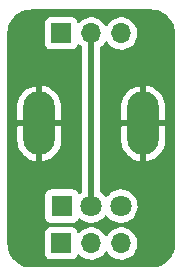
<source format=gbr>
%TF.GenerationSoftware,KiCad,Pcbnew,(6.0.9-0)*%
%TF.CreationDate,2024-06-20T10:22:48+02:00*%
%TF.ProjectId,pot-adapter,706f742d-6164-4617-9074-65722e6b6963,rev?*%
%TF.SameCoordinates,Original*%
%TF.FileFunction,Copper,L2,Bot*%
%TF.FilePolarity,Positive*%
%FSLAX46Y46*%
G04 Gerber Fmt 4.6, Leading zero omitted, Abs format (unit mm)*
G04 Created by KiCad (PCBNEW (6.0.9-0)) date 2024-06-20 10:22:48*
%MOMM*%
%LPD*%
G01*
G04 APERTURE LIST*
%TA.AperFunction,ComponentPad*%
%ADD10R,1.700000X1.700000*%
%TD*%
%TA.AperFunction,ComponentPad*%
%ADD11O,1.700000X1.700000*%
%TD*%
%TA.AperFunction,ComponentPad*%
%ADD12O,2.700000X5.400000*%
%TD*%
%TA.AperFunction,ComponentPad*%
%ADD13R,1.800000X1.800000*%
%TD*%
%TA.AperFunction,ComponentPad*%
%ADD14C,1.800000*%
%TD*%
%TA.AperFunction,Conductor*%
%ADD15C,0.500000*%
%TD*%
G04 APERTURE END LIST*
D10*
%TO.P,J2,1,Pin_1*%
%TO.N,/pin1*%
X109220000Y-111760000D03*
D11*
%TO.P,J2,2,Pin_2*%
%TO.N,/pin2*%
X111760000Y-111760000D03*
%TO.P,J2,3,Pin_3*%
%TO.N,/pin3*%
X114300000Y-111760000D03*
%TD*%
D10*
%TO.P,J1,1,Pin_1*%
%TO.N,/pin1*%
X109220000Y-129540000D03*
D11*
%TO.P,J1,2,Pin_2*%
%TO.N,/pin2*%
X111760000Y-129540000D03*
%TO.P,J1,3,Pin_3*%
%TO.N,/pin3*%
X114300000Y-129540000D03*
%TD*%
D12*
%TO.P,RV1,0,ShieldPin*%
%TO.N,/mounting*%
X107360000Y-119380000D03*
X116160000Y-119380000D03*
D13*
%TO.P,RV1,1,1*%
%TO.N,/pin1*%
X109260000Y-126380000D03*
D14*
%TO.P,RV1,2,2*%
%TO.N,/pin2*%
X111760000Y-126380000D03*
%TO.P,RV1,3,3*%
%TO.N,/pin3*%
X114260000Y-126380000D03*
%TD*%
D15*
%TO.N,/pin2*%
X111760000Y-126380000D02*
X111760000Y-111760000D01*
%TD*%
%TA.AperFunction,Conductor*%
%TO.N,/mounting*%
G36*
X116810018Y-109730000D02*
G01*
X116824851Y-109732310D01*
X116824855Y-109732310D01*
X116833724Y-109733691D01*
X116842626Y-109732527D01*
X116842629Y-109732527D01*
X116850012Y-109731561D01*
X116874591Y-109730767D01*
X116901442Y-109732527D01*
X117096922Y-109745340D01*
X117113262Y-109747491D01*
X117235477Y-109771801D01*
X117357696Y-109796112D01*
X117373606Y-109800375D01*
X117609600Y-109880484D01*
X117624826Y-109886791D01*
X117848342Y-109997016D01*
X117862616Y-110005257D01*
X118069829Y-110143713D01*
X118082905Y-110153746D01*
X118270278Y-110318068D01*
X118281932Y-110329722D01*
X118446254Y-110517095D01*
X118456287Y-110530171D01*
X118594743Y-110737384D01*
X118602984Y-110751658D01*
X118713209Y-110975174D01*
X118719515Y-110990398D01*
X118799625Y-111226394D01*
X118803889Y-111242307D01*
X118852509Y-111486738D01*
X118854660Y-111503078D01*
X118868763Y-111718236D01*
X118867733Y-111741350D01*
X118867690Y-111744854D01*
X118866309Y-111753724D01*
X118867473Y-111762626D01*
X118867473Y-111762628D01*
X118870436Y-111785283D01*
X118871500Y-111801621D01*
X118871500Y-129490633D01*
X118870000Y-129510018D01*
X118867690Y-129524851D01*
X118867690Y-129524855D01*
X118866309Y-129533724D01*
X118867473Y-129542626D01*
X118867473Y-129542629D01*
X118868439Y-129550012D01*
X118869233Y-129574591D01*
X118854660Y-129796922D01*
X118852509Y-129813262D01*
X118808034Y-130036857D01*
X118803889Y-130057693D01*
X118799625Y-130073606D01*
X118744012Y-130237438D01*
X118719516Y-130309600D01*
X118713209Y-130324826D01*
X118602984Y-130548342D01*
X118594743Y-130562616D01*
X118456287Y-130769829D01*
X118446254Y-130782905D01*
X118281932Y-130970278D01*
X118270278Y-130981932D01*
X118082905Y-131146254D01*
X118069829Y-131156287D01*
X117862616Y-131294743D01*
X117848342Y-131302984D01*
X117624826Y-131413209D01*
X117609602Y-131419515D01*
X117373606Y-131499625D01*
X117357696Y-131503888D01*
X117235478Y-131528199D01*
X117113262Y-131552509D01*
X117096922Y-131554660D01*
X116948134Y-131564413D01*
X116881763Y-131568763D01*
X116858650Y-131567733D01*
X116855146Y-131567690D01*
X116846276Y-131566309D01*
X116837374Y-131567473D01*
X116837372Y-131567473D01*
X116823915Y-131569233D01*
X116814714Y-131570436D01*
X116798379Y-131571500D01*
X106729367Y-131571500D01*
X106709982Y-131570000D01*
X106695149Y-131567690D01*
X106695145Y-131567690D01*
X106686276Y-131566309D01*
X106677374Y-131567473D01*
X106677371Y-131567473D01*
X106669988Y-131568439D01*
X106645409Y-131569233D01*
X106600799Y-131566309D01*
X106423078Y-131554660D01*
X106406738Y-131552509D01*
X106284522Y-131528199D01*
X106162304Y-131503888D01*
X106146394Y-131499625D01*
X105910398Y-131419515D01*
X105895174Y-131413209D01*
X105671658Y-131302984D01*
X105657384Y-131294743D01*
X105450171Y-131156287D01*
X105437095Y-131146254D01*
X105249722Y-130981932D01*
X105238068Y-130970278D01*
X105073746Y-130782905D01*
X105063713Y-130769829D01*
X104925257Y-130562616D01*
X104917016Y-130548342D01*
X104862668Y-130438134D01*
X107861500Y-130438134D01*
X107868255Y-130500316D01*
X107919385Y-130636705D01*
X108006739Y-130753261D01*
X108123295Y-130840615D01*
X108259684Y-130891745D01*
X108321866Y-130898500D01*
X110118134Y-130898500D01*
X110180316Y-130891745D01*
X110316705Y-130840615D01*
X110433261Y-130753261D01*
X110520615Y-130636705D01*
X110553741Y-130548342D01*
X110564598Y-130519382D01*
X110607240Y-130462618D01*
X110673802Y-130437918D01*
X110743150Y-130453126D01*
X110777817Y-130481114D01*
X110806250Y-130513938D01*
X110978126Y-130656632D01*
X111171000Y-130769338D01*
X111379692Y-130849030D01*
X111384760Y-130850061D01*
X111384763Y-130850062D01*
X111492017Y-130871883D01*
X111598597Y-130893567D01*
X111603772Y-130893757D01*
X111603774Y-130893757D01*
X111816673Y-130901564D01*
X111816677Y-130901564D01*
X111821837Y-130901753D01*
X111826957Y-130901097D01*
X111826959Y-130901097D01*
X112038288Y-130874025D01*
X112038289Y-130874025D01*
X112043416Y-130873368D01*
X112048366Y-130871883D01*
X112252429Y-130810661D01*
X112252434Y-130810659D01*
X112257384Y-130809174D01*
X112457994Y-130710896D01*
X112639860Y-130581173D01*
X112798096Y-130423489D01*
X112928453Y-130242077D01*
X112929776Y-130243028D01*
X112976645Y-130199857D01*
X113046580Y-130187625D01*
X113112026Y-130215144D01*
X113139875Y-130246994D01*
X113199987Y-130345088D01*
X113346250Y-130513938D01*
X113518126Y-130656632D01*
X113711000Y-130769338D01*
X113919692Y-130849030D01*
X113924760Y-130850061D01*
X113924763Y-130850062D01*
X114032017Y-130871883D01*
X114138597Y-130893567D01*
X114143772Y-130893757D01*
X114143774Y-130893757D01*
X114356673Y-130901564D01*
X114356677Y-130901564D01*
X114361837Y-130901753D01*
X114366957Y-130901097D01*
X114366959Y-130901097D01*
X114578288Y-130874025D01*
X114578289Y-130874025D01*
X114583416Y-130873368D01*
X114588366Y-130871883D01*
X114792429Y-130810661D01*
X114792434Y-130810659D01*
X114797384Y-130809174D01*
X114997994Y-130710896D01*
X115179860Y-130581173D01*
X115338096Y-130423489D01*
X115468453Y-130242077D01*
X115489320Y-130199857D01*
X115565136Y-130046453D01*
X115565137Y-130046451D01*
X115567430Y-130041811D01*
X115599900Y-129934940D01*
X115630865Y-129833023D01*
X115630865Y-129833021D01*
X115632370Y-129828069D01*
X115661529Y-129606590D01*
X115662405Y-129570745D01*
X115663074Y-129543365D01*
X115663074Y-129543361D01*
X115663156Y-129540000D01*
X115644852Y-129317361D01*
X115590431Y-129100702D01*
X115501354Y-128895840D01*
X115380014Y-128708277D01*
X115229670Y-128543051D01*
X115225619Y-128539852D01*
X115225615Y-128539848D01*
X115058414Y-128407800D01*
X115058410Y-128407798D01*
X115054359Y-128404598D01*
X114858789Y-128296638D01*
X114853920Y-128294914D01*
X114853916Y-128294912D01*
X114653087Y-128223795D01*
X114653083Y-128223794D01*
X114648212Y-128222069D01*
X114643119Y-128221162D01*
X114643116Y-128221161D01*
X114433373Y-128183800D01*
X114433367Y-128183799D01*
X114428284Y-128182894D01*
X114354452Y-128181992D01*
X114210081Y-128180228D01*
X114210079Y-128180228D01*
X114204911Y-128180165D01*
X113984091Y-128213955D01*
X113771756Y-128283357D01*
X113573607Y-128386507D01*
X113569474Y-128389610D01*
X113569471Y-128389612D01*
X113399100Y-128517530D01*
X113394965Y-128520635D01*
X113391393Y-128524373D01*
X113283729Y-128637037D01*
X113240629Y-128682138D01*
X113133201Y-128839621D01*
X113078293Y-128884621D01*
X113007768Y-128892792D01*
X112944021Y-128861538D01*
X112923324Y-128837054D01*
X112842822Y-128712617D01*
X112842820Y-128712614D01*
X112840014Y-128708277D01*
X112689670Y-128543051D01*
X112685619Y-128539852D01*
X112685615Y-128539848D01*
X112518414Y-128407800D01*
X112518410Y-128407798D01*
X112514359Y-128404598D01*
X112318789Y-128296638D01*
X112313920Y-128294914D01*
X112313916Y-128294912D01*
X112113087Y-128223795D01*
X112113083Y-128223794D01*
X112108212Y-128222069D01*
X112103119Y-128221162D01*
X112103116Y-128221161D01*
X111893373Y-128183800D01*
X111893367Y-128183799D01*
X111888284Y-128182894D01*
X111814452Y-128181992D01*
X111670081Y-128180228D01*
X111670079Y-128180228D01*
X111664911Y-128180165D01*
X111444091Y-128213955D01*
X111231756Y-128283357D01*
X111033607Y-128386507D01*
X111029474Y-128389610D01*
X111029471Y-128389612D01*
X110859100Y-128517530D01*
X110854965Y-128520635D01*
X110798537Y-128579684D01*
X110774283Y-128605064D01*
X110712759Y-128640494D01*
X110641846Y-128637037D01*
X110584060Y-128595791D01*
X110565207Y-128562243D01*
X110523767Y-128451703D01*
X110520615Y-128443295D01*
X110433261Y-128326739D01*
X110316705Y-128239385D01*
X110180316Y-128188255D01*
X110118134Y-128181500D01*
X108321866Y-128181500D01*
X108259684Y-128188255D01*
X108123295Y-128239385D01*
X108006739Y-128326739D01*
X107919385Y-128443295D01*
X107868255Y-128579684D01*
X107861500Y-128641866D01*
X107861500Y-130438134D01*
X104862668Y-130438134D01*
X104806791Y-130324826D01*
X104800484Y-130309600D01*
X104775988Y-130237438D01*
X104720375Y-130073606D01*
X104716111Y-130057693D01*
X104711967Y-130036857D01*
X104667491Y-129813262D01*
X104665340Y-129796922D01*
X104651476Y-129585407D01*
X104652650Y-129562232D01*
X104652334Y-129562204D01*
X104652770Y-129557344D01*
X104653576Y-129552552D01*
X104653729Y-129540000D01*
X104649773Y-129512376D01*
X104648500Y-129494514D01*
X104648500Y-127328134D01*
X107851500Y-127328134D01*
X107858255Y-127390316D01*
X107909385Y-127526705D01*
X107996739Y-127643261D01*
X108113295Y-127730615D01*
X108249684Y-127781745D01*
X108311866Y-127788500D01*
X110208134Y-127788500D01*
X110270316Y-127781745D01*
X110406705Y-127730615D01*
X110523261Y-127643261D01*
X110610615Y-127526705D01*
X110625686Y-127486504D01*
X110668328Y-127429739D01*
X110734890Y-127405040D01*
X110804239Y-127420248D01*
X110824150Y-127433788D01*
X110949349Y-127537730D01*
X111149322Y-127654584D01*
X111365694Y-127737209D01*
X111370760Y-127738240D01*
X111370761Y-127738240D01*
X111423846Y-127749040D01*
X111592656Y-127783385D01*
X111722089Y-127788131D01*
X111818949Y-127791683D01*
X111818953Y-127791683D01*
X111824113Y-127791872D01*
X111829233Y-127791216D01*
X111829235Y-127791216D01*
X111903166Y-127781745D01*
X112053847Y-127762442D01*
X112058795Y-127760957D01*
X112058802Y-127760956D01*
X112270747Y-127697369D01*
X112275690Y-127695886D01*
X112356236Y-127656427D01*
X112479049Y-127596262D01*
X112479052Y-127596260D01*
X112483684Y-127593991D01*
X112672243Y-127459494D01*
X112836303Y-127296005D01*
X112905370Y-127199888D01*
X112961365Y-127156240D01*
X113032068Y-127149794D01*
X113095033Y-127182597D01*
X113115128Y-127207584D01*
X113116799Y-127210311D01*
X113116804Y-127210317D01*
X113119501Y-127214719D01*
X113271147Y-127389784D01*
X113449349Y-127537730D01*
X113649322Y-127654584D01*
X113865694Y-127737209D01*
X113870760Y-127738240D01*
X113870761Y-127738240D01*
X113923846Y-127749040D01*
X114092656Y-127783385D01*
X114222089Y-127788131D01*
X114318949Y-127791683D01*
X114318953Y-127791683D01*
X114324113Y-127791872D01*
X114329233Y-127791216D01*
X114329235Y-127791216D01*
X114403166Y-127781745D01*
X114553847Y-127762442D01*
X114558795Y-127760957D01*
X114558802Y-127760956D01*
X114770747Y-127697369D01*
X114775690Y-127695886D01*
X114856236Y-127656427D01*
X114979049Y-127596262D01*
X114979052Y-127596260D01*
X114983684Y-127593991D01*
X115172243Y-127459494D01*
X115336303Y-127296005D01*
X115471458Y-127107917D01*
X115574078Y-126900280D01*
X115641408Y-126678671D01*
X115671640Y-126449041D01*
X115673327Y-126380000D01*
X115667032Y-126303434D01*
X115654773Y-126154318D01*
X115654772Y-126154312D01*
X115654349Y-126149167D01*
X115597925Y-125924533D01*
X115505570Y-125712131D01*
X115379764Y-125517665D01*
X115223887Y-125346358D01*
X115219836Y-125343159D01*
X115219832Y-125343155D01*
X115046177Y-125206011D01*
X115046172Y-125206008D01*
X115042123Y-125202810D01*
X115037607Y-125200317D01*
X115037604Y-125200315D01*
X114843879Y-125093373D01*
X114843875Y-125093371D01*
X114839355Y-125090876D01*
X114834486Y-125089152D01*
X114834482Y-125089150D01*
X114625903Y-125015288D01*
X114625899Y-125015287D01*
X114621028Y-125013562D01*
X114615935Y-125012655D01*
X114615932Y-125012654D01*
X114398095Y-124973851D01*
X114398089Y-124973850D01*
X114393006Y-124972945D01*
X114320096Y-124972054D01*
X114166581Y-124970179D01*
X114166579Y-124970179D01*
X114161411Y-124970116D01*
X113932464Y-125005150D01*
X113712314Y-125077106D01*
X113707726Y-125079494D01*
X113707722Y-125079496D01*
X113620066Y-125125127D01*
X113506872Y-125184052D01*
X113502739Y-125187155D01*
X113502736Y-125187157D01*
X113359074Y-125295022D01*
X113321655Y-125323117D01*
X113161639Y-125490564D01*
X113114836Y-125559174D01*
X113059927Y-125604175D01*
X112989402Y-125612346D01*
X112925655Y-125581092D01*
X112904959Y-125556609D01*
X112882577Y-125522013D01*
X112882574Y-125522009D01*
X112879764Y-125517665D01*
X112723887Y-125346358D01*
X112719836Y-125343159D01*
X112719832Y-125343155D01*
X112566408Y-125221989D01*
X112525345Y-125164072D01*
X112518500Y-125123107D01*
X112518500Y-120796206D01*
X114302000Y-120796206D01*
X114302165Y-120800777D01*
X114316213Y-120994380D01*
X114317527Y-121003389D01*
X114373689Y-121257769D01*
X114376292Y-121266499D01*
X114468586Y-121510107D01*
X114472421Y-121518368D01*
X114598915Y-121746101D01*
X114603905Y-121753726D01*
X114761946Y-121960809D01*
X114767986Y-121967636D01*
X114954264Y-122149735D01*
X114961226Y-122155618D01*
X115171843Y-122308922D01*
X115179573Y-122313733D01*
X115410122Y-122435031D01*
X115418472Y-122438678D01*
X115664099Y-122525419D01*
X115672894Y-122527825D01*
X115888225Y-122570267D01*
X115901137Y-122569088D01*
X115905939Y-122554174D01*
X116414000Y-122554174D01*
X116418251Y-122568651D01*
X116430512Y-122570714D01*
X116466133Y-122567315D01*
X116475125Y-122565795D01*
X116728158Y-122503878D01*
X116736827Y-122501078D01*
X116978282Y-122403278D01*
X116986455Y-122399256D01*
X117211253Y-122267632D01*
X117218765Y-122262469D01*
X117422213Y-122099769D01*
X117428896Y-122093580D01*
X117606733Y-121903206D01*
X117612443Y-121896129D01*
X117760934Y-121682082D01*
X117765571Y-121674241D01*
X117881604Y-121441003D01*
X117885060Y-121432578D01*
X117966212Y-121185026D01*
X117968412Y-121176201D01*
X118013103Y-120918811D01*
X118013950Y-120911193D01*
X118017922Y-120831408D01*
X118018000Y-120828267D01*
X118018000Y-119652115D01*
X118013525Y-119636876D01*
X118012135Y-119635671D01*
X118004452Y-119634000D01*
X116432115Y-119634000D01*
X116416876Y-119638475D01*
X116415671Y-119639865D01*
X116414000Y-119647548D01*
X116414000Y-122554174D01*
X115905939Y-122554174D01*
X115906000Y-122553985D01*
X115906000Y-119652115D01*
X115901525Y-119636876D01*
X115900135Y-119635671D01*
X115892452Y-119634000D01*
X114320115Y-119634000D01*
X114304876Y-119638475D01*
X114303671Y-119639865D01*
X114302000Y-119647548D01*
X114302000Y-120796206D01*
X112518500Y-120796206D01*
X112518500Y-119107885D01*
X114302000Y-119107885D01*
X114306475Y-119123124D01*
X114307865Y-119124329D01*
X114315548Y-119126000D01*
X115887885Y-119126000D01*
X115903124Y-119121525D01*
X115904329Y-119120135D01*
X115906000Y-119112452D01*
X115906000Y-119107885D01*
X116414000Y-119107885D01*
X116418475Y-119123124D01*
X116419865Y-119124329D01*
X116427548Y-119126000D01*
X117999885Y-119126000D01*
X118015124Y-119121525D01*
X118016329Y-119120135D01*
X118018000Y-119112452D01*
X118018000Y-117963794D01*
X118017835Y-117959223D01*
X118003787Y-117765620D01*
X118002473Y-117756611D01*
X117946311Y-117502231D01*
X117943708Y-117493501D01*
X117851414Y-117249893D01*
X117847579Y-117241632D01*
X117721085Y-117013899D01*
X117716095Y-117006274D01*
X117558054Y-116799191D01*
X117552014Y-116792364D01*
X117365736Y-116610265D01*
X117358774Y-116604382D01*
X117148157Y-116451078D01*
X117140427Y-116446267D01*
X116909878Y-116324969D01*
X116901528Y-116321322D01*
X116655901Y-116234581D01*
X116647106Y-116232175D01*
X116431775Y-116189733D01*
X116418863Y-116190912D01*
X116414000Y-116206015D01*
X116414000Y-119107885D01*
X115906000Y-119107885D01*
X115906000Y-116205826D01*
X115901749Y-116191349D01*
X115889488Y-116189286D01*
X115853867Y-116192685D01*
X115844875Y-116194205D01*
X115591842Y-116256122D01*
X115583173Y-116258922D01*
X115341718Y-116356722D01*
X115333545Y-116360744D01*
X115108747Y-116492368D01*
X115101235Y-116497531D01*
X114897787Y-116660231D01*
X114891104Y-116666420D01*
X114713267Y-116856794D01*
X114707557Y-116863871D01*
X114559066Y-117077918D01*
X114554429Y-117085759D01*
X114438396Y-117318997D01*
X114434940Y-117327422D01*
X114353788Y-117574974D01*
X114351588Y-117583799D01*
X114306897Y-117841189D01*
X114306050Y-117848807D01*
X114302078Y-117928592D01*
X114302000Y-117931733D01*
X114302000Y-119107885D01*
X112518500Y-119107885D01*
X112518500Y-112952632D01*
X112538502Y-112884511D01*
X112571331Y-112850054D01*
X112639860Y-112801173D01*
X112798096Y-112643489D01*
X112928453Y-112462077D01*
X112929776Y-112463028D01*
X112976645Y-112419857D01*
X113046580Y-112407625D01*
X113112026Y-112435144D01*
X113139875Y-112466994D01*
X113199987Y-112565088D01*
X113346250Y-112733938D01*
X113518126Y-112876632D01*
X113711000Y-112989338D01*
X113919692Y-113069030D01*
X113924760Y-113070061D01*
X113924763Y-113070062D01*
X114032017Y-113091883D01*
X114138597Y-113113567D01*
X114143772Y-113113757D01*
X114143774Y-113113757D01*
X114356673Y-113121564D01*
X114356677Y-113121564D01*
X114361837Y-113121753D01*
X114366957Y-113121097D01*
X114366959Y-113121097D01*
X114578288Y-113094025D01*
X114578289Y-113094025D01*
X114583416Y-113093368D01*
X114588366Y-113091883D01*
X114792429Y-113030661D01*
X114792434Y-113030659D01*
X114797384Y-113029174D01*
X114997994Y-112930896D01*
X115179860Y-112801173D01*
X115338096Y-112643489D01*
X115468453Y-112462077D01*
X115489320Y-112419857D01*
X115565136Y-112266453D01*
X115565137Y-112266451D01*
X115567430Y-112261811D01*
X115632370Y-112048069D01*
X115661529Y-111826590D01*
X115662139Y-111801621D01*
X115663074Y-111763365D01*
X115663074Y-111763361D01*
X115663156Y-111760000D01*
X115644852Y-111537361D01*
X115590431Y-111320702D01*
X115501354Y-111115840D01*
X115380014Y-110928277D01*
X115229670Y-110763051D01*
X115225619Y-110759852D01*
X115225615Y-110759848D01*
X115058414Y-110627800D01*
X115058410Y-110627798D01*
X115054359Y-110624598D01*
X114858789Y-110516638D01*
X114853920Y-110514914D01*
X114853916Y-110514912D01*
X114653087Y-110443795D01*
X114653083Y-110443794D01*
X114648212Y-110442069D01*
X114643119Y-110441162D01*
X114643116Y-110441161D01*
X114433373Y-110403800D01*
X114433367Y-110403799D01*
X114428284Y-110402894D01*
X114354452Y-110401992D01*
X114210081Y-110400228D01*
X114210079Y-110400228D01*
X114204911Y-110400165D01*
X113984091Y-110433955D01*
X113771756Y-110503357D01*
X113573607Y-110606507D01*
X113569474Y-110609610D01*
X113569471Y-110609612D01*
X113399100Y-110737530D01*
X113394965Y-110740635D01*
X113391393Y-110744373D01*
X113283729Y-110857037D01*
X113240629Y-110902138D01*
X113133201Y-111059621D01*
X113078293Y-111104621D01*
X113007768Y-111112792D01*
X112944021Y-111081538D01*
X112923324Y-111057054D01*
X112842822Y-110932617D01*
X112842820Y-110932614D01*
X112840014Y-110928277D01*
X112689670Y-110763051D01*
X112685619Y-110759852D01*
X112685615Y-110759848D01*
X112518414Y-110627800D01*
X112518410Y-110627798D01*
X112514359Y-110624598D01*
X112318789Y-110516638D01*
X112313920Y-110514914D01*
X112313916Y-110514912D01*
X112113087Y-110443795D01*
X112113083Y-110443794D01*
X112108212Y-110442069D01*
X112103119Y-110441162D01*
X112103116Y-110441161D01*
X111893373Y-110403800D01*
X111893367Y-110403799D01*
X111888284Y-110402894D01*
X111814452Y-110401992D01*
X111670081Y-110400228D01*
X111670079Y-110400228D01*
X111664911Y-110400165D01*
X111444091Y-110433955D01*
X111231756Y-110503357D01*
X111033607Y-110606507D01*
X111029474Y-110609610D01*
X111029471Y-110609612D01*
X110859100Y-110737530D01*
X110854965Y-110740635D01*
X110798537Y-110799684D01*
X110774283Y-110825064D01*
X110712759Y-110860494D01*
X110641846Y-110857037D01*
X110584060Y-110815791D01*
X110565207Y-110782243D01*
X110523767Y-110671703D01*
X110520615Y-110663295D01*
X110433261Y-110546739D01*
X110316705Y-110459385D01*
X110180316Y-110408255D01*
X110118134Y-110401500D01*
X108321866Y-110401500D01*
X108259684Y-110408255D01*
X108123295Y-110459385D01*
X108006739Y-110546739D01*
X107919385Y-110663295D01*
X107868255Y-110799684D01*
X107861500Y-110861866D01*
X107861500Y-112658134D01*
X107868255Y-112720316D01*
X107919385Y-112856705D01*
X108006739Y-112973261D01*
X108123295Y-113060615D01*
X108259684Y-113111745D01*
X108321866Y-113118500D01*
X110118134Y-113118500D01*
X110180316Y-113111745D01*
X110316705Y-113060615D01*
X110433261Y-112973261D01*
X110520615Y-112856705D01*
X110542799Y-112797529D01*
X110564598Y-112739382D01*
X110607240Y-112682618D01*
X110673802Y-112657918D01*
X110743150Y-112673126D01*
X110777817Y-112701114D01*
X110806250Y-112733938D01*
X110954124Y-112856705D01*
X110955985Y-112858250D01*
X110995620Y-112917152D01*
X111001500Y-112955194D01*
X111001500Y-125125127D01*
X110981498Y-125193248D01*
X110951154Y-125225886D01*
X110821655Y-125323117D01*
X110820976Y-125322213D01*
X110761730Y-125350131D01*
X110691341Y-125340869D01*
X110637132Y-125295022D01*
X110624325Y-125269866D01*
X110613768Y-125241705D01*
X110613767Y-125241703D01*
X110610615Y-125233295D01*
X110523261Y-125116739D01*
X110406705Y-125029385D01*
X110270316Y-124978255D01*
X110208134Y-124971500D01*
X108311866Y-124971500D01*
X108249684Y-124978255D01*
X108113295Y-125029385D01*
X107996739Y-125116739D01*
X107909385Y-125233295D01*
X107858255Y-125369684D01*
X107851500Y-125431866D01*
X107851500Y-127328134D01*
X104648500Y-127328134D01*
X104648500Y-120796206D01*
X105502000Y-120796206D01*
X105502165Y-120800777D01*
X105516213Y-120994380D01*
X105517527Y-121003389D01*
X105573689Y-121257769D01*
X105576292Y-121266499D01*
X105668586Y-121510107D01*
X105672421Y-121518368D01*
X105798915Y-121746101D01*
X105803905Y-121753726D01*
X105961946Y-121960809D01*
X105967986Y-121967636D01*
X106154264Y-122149735D01*
X106161226Y-122155618D01*
X106371843Y-122308922D01*
X106379573Y-122313733D01*
X106610122Y-122435031D01*
X106618472Y-122438678D01*
X106864099Y-122525419D01*
X106872894Y-122527825D01*
X107088225Y-122570267D01*
X107101137Y-122569088D01*
X107105939Y-122554174D01*
X107614000Y-122554174D01*
X107618251Y-122568651D01*
X107630512Y-122570714D01*
X107666133Y-122567315D01*
X107675125Y-122565795D01*
X107928158Y-122503878D01*
X107936827Y-122501078D01*
X108178282Y-122403278D01*
X108186455Y-122399256D01*
X108411253Y-122267632D01*
X108418765Y-122262469D01*
X108622213Y-122099769D01*
X108628896Y-122093580D01*
X108806733Y-121903206D01*
X108812443Y-121896129D01*
X108960934Y-121682082D01*
X108965571Y-121674241D01*
X109081604Y-121441003D01*
X109085060Y-121432578D01*
X109166212Y-121185026D01*
X109168412Y-121176201D01*
X109213103Y-120918811D01*
X109213950Y-120911193D01*
X109217922Y-120831408D01*
X109218000Y-120828267D01*
X109218000Y-119652115D01*
X109213525Y-119636876D01*
X109212135Y-119635671D01*
X109204452Y-119634000D01*
X107632115Y-119634000D01*
X107616876Y-119638475D01*
X107615671Y-119639865D01*
X107614000Y-119647548D01*
X107614000Y-122554174D01*
X107105939Y-122554174D01*
X107106000Y-122553985D01*
X107106000Y-119652115D01*
X107101525Y-119636876D01*
X107100135Y-119635671D01*
X107092452Y-119634000D01*
X105520115Y-119634000D01*
X105504876Y-119638475D01*
X105503671Y-119639865D01*
X105502000Y-119647548D01*
X105502000Y-120796206D01*
X104648500Y-120796206D01*
X104648500Y-119107885D01*
X105502000Y-119107885D01*
X105506475Y-119123124D01*
X105507865Y-119124329D01*
X105515548Y-119126000D01*
X107087885Y-119126000D01*
X107103124Y-119121525D01*
X107104329Y-119120135D01*
X107106000Y-119112452D01*
X107106000Y-119107885D01*
X107614000Y-119107885D01*
X107618475Y-119123124D01*
X107619865Y-119124329D01*
X107627548Y-119126000D01*
X109199885Y-119126000D01*
X109215124Y-119121525D01*
X109216329Y-119120135D01*
X109218000Y-119112452D01*
X109218000Y-117963794D01*
X109217835Y-117959223D01*
X109203787Y-117765620D01*
X109202473Y-117756611D01*
X109146311Y-117502231D01*
X109143708Y-117493501D01*
X109051414Y-117249893D01*
X109047579Y-117241632D01*
X108921085Y-117013899D01*
X108916095Y-117006274D01*
X108758054Y-116799191D01*
X108752014Y-116792364D01*
X108565736Y-116610265D01*
X108558774Y-116604382D01*
X108348157Y-116451078D01*
X108340427Y-116446267D01*
X108109878Y-116324969D01*
X108101528Y-116321322D01*
X107855901Y-116234581D01*
X107847106Y-116232175D01*
X107631775Y-116189733D01*
X107618863Y-116190912D01*
X107614000Y-116206015D01*
X107614000Y-119107885D01*
X107106000Y-119107885D01*
X107106000Y-116205826D01*
X107101749Y-116191349D01*
X107089488Y-116189286D01*
X107053867Y-116192685D01*
X107044875Y-116194205D01*
X106791842Y-116256122D01*
X106783173Y-116258922D01*
X106541718Y-116356722D01*
X106533545Y-116360744D01*
X106308747Y-116492368D01*
X106301235Y-116497531D01*
X106097787Y-116660231D01*
X106091104Y-116666420D01*
X105913267Y-116856794D01*
X105907557Y-116863871D01*
X105759066Y-117077918D01*
X105754429Y-117085759D01*
X105638396Y-117318997D01*
X105634940Y-117327422D01*
X105553788Y-117574974D01*
X105551588Y-117583799D01*
X105506897Y-117841189D01*
X105506050Y-117848807D01*
X105502078Y-117928592D01*
X105502000Y-117931733D01*
X105502000Y-119107885D01*
X104648500Y-119107885D01*
X104648500Y-111813250D01*
X104650246Y-111792345D01*
X104652770Y-111777344D01*
X104652770Y-111777341D01*
X104653576Y-111772552D01*
X104653729Y-111760000D01*
X104652003Y-111747947D01*
X104651001Y-111721845D01*
X104665340Y-111503078D01*
X104667491Y-111486738D01*
X104716111Y-111242307D01*
X104720375Y-111226394D01*
X104800485Y-110990398D01*
X104806791Y-110975174D01*
X104917016Y-110751658D01*
X104925257Y-110737384D01*
X105063713Y-110530171D01*
X105073746Y-110517095D01*
X105238068Y-110329722D01*
X105249722Y-110318068D01*
X105437095Y-110153746D01*
X105450171Y-110143713D01*
X105657384Y-110005257D01*
X105671658Y-109997016D01*
X105895174Y-109886791D01*
X105910400Y-109880484D01*
X106146394Y-109800375D01*
X106162304Y-109796112D01*
X106284523Y-109771801D01*
X106406738Y-109747491D01*
X106423078Y-109745340D01*
X106571866Y-109735587D01*
X106638237Y-109731237D01*
X106661350Y-109732267D01*
X106664854Y-109732310D01*
X106673724Y-109733691D01*
X106682626Y-109732527D01*
X106682628Y-109732527D01*
X106699449Y-109730327D01*
X106705286Y-109729564D01*
X106721621Y-109728500D01*
X116790633Y-109728500D01*
X116810018Y-109730000D01*
G37*
%TD.AperFunction*%
%TD*%
M02*

</source>
